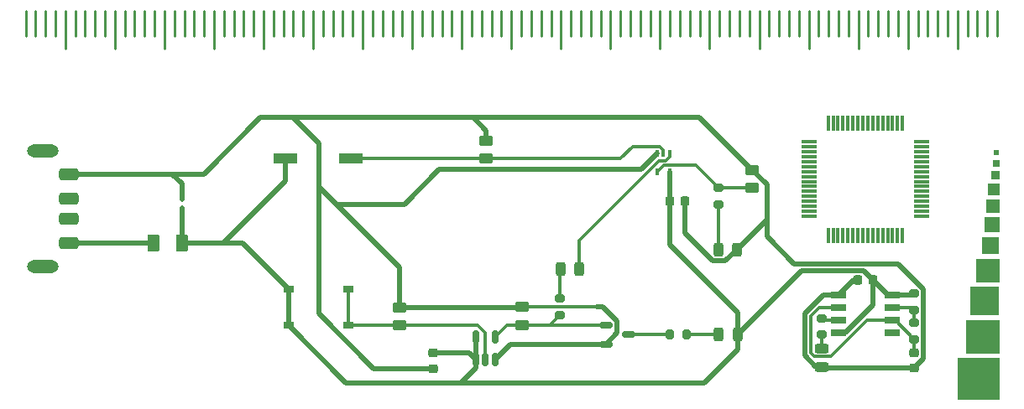
<source format=gtl>
G04 #@! TF.GenerationSoftware,KiCad,Pcbnew,9.0.3*
G04 #@! TF.CreationDate,2025-10-17T11:28:40-04:00*
G04 #@! TF.ProjectId,smt_training,736d745f-7472-4616-996e-696e672e6b69,1*
G04 #@! TF.SameCoordinates,Original*
G04 #@! TF.FileFunction,Copper,L1,Top*
G04 #@! TF.FilePolarity,Positive*
%FSLAX46Y46*%
G04 Gerber Fmt 4.6, Leading zero omitted, Abs format (unit mm)*
G04 Created by KiCad (PCBNEW 9.0.3) date 2025-10-17 11:28:40*
%MOMM*%
%LPD*%
G01*
G04 APERTURE LIST*
G04 Aperture macros list*
%AMRoundRect*
0 Rectangle with rounded corners*
0 $1 Rounding radius*
0 $2 $3 $4 $5 $6 $7 $8 $9 X,Y pos of 4 corners*
0 Add a 4 corners polygon primitive as box body*
4,1,4,$2,$3,$4,$5,$6,$7,$8,$9,$2,$3,0*
0 Add four circle primitives for the rounded corners*
1,1,$1+$1,$2,$3*
1,1,$1+$1,$4,$5*
1,1,$1+$1,$6,$7*
1,1,$1+$1,$8,$9*
0 Add four rect primitives between the rounded corners*
20,1,$1+$1,$2,$3,$4,$5,0*
20,1,$1+$1,$4,$5,$6,$7,0*
20,1,$1+$1,$6,$7,$8,$9,0*
20,1,$1+$1,$8,$9,$2,$3,0*%
G04 Aperture macros list end*
G04 #@! TA.AperFunction,EtchedComponent*
%ADD10C,0.250000*%
G04 #@! TD*
G04 #@! TA.AperFunction,ComponentPad*
%ADD11R,1.600000X1.600000*%
G04 #@! TD*
G04 #@! TA.AperFunction,ComponentPad*
%ADD12R,0.700000X0.700000*%
G04 #@! TD*
G04 #@! TA.AperFunction,ComponentPad*
%ADD13R,3.000000X3.000000*%
G04 #@! TD*
G04 #@! TA.AperFunction,ComponentPad*
%ADD14R,0.600000X0.600000*%
G04 #@! TD*
G04 #@! TA.AperFunction,ComponentPad*
%ADD15R,2.400000X2.400000*%
G04 #@! TD*
G04 #@! TA.AperFunction,ComponentPad*
%ADD16R,1.400000X1.400000*%
G04 #@! TD*
G04 #@! TA.AperFunction,ComponentPad*
%ADD17R,0.900000X0.900000*%
G04 #@! TD*
G04 #@! TA.AperFunction,ComponentPad*
%ADD18R,1.800000X1.800000*%
G04 #@! TD*
G04 #@! TA.AperFunction,ComponentPad*
%ADD19R,1.200000X1.200000*%
G04 #@! TD*
G04 #@! TA.AperFunction,ComponentPad*
%ADD20R,4.200000X4.200000*%
G04 #@! TD*
G04 #@! TA.AperFunction,ComponentPad*
%ADD21R,3.400000X3.400000*%
G04 #@! TD*
G04 #@! TA.AperFunction,SMDPad,CuDef*
%ADD22RoundRect,0.250000X0.450000X-0.262500X0.450000X0.262500X-0.450000X0.262500X-0.450000X-0.262500X0*%
G04 #@! TD*
G04 #@! TA.AperFunction,SMDPad,CuDef*
%ADD23RoundRect,0.200000X0.275000X-0.200000X0.275000X0.200000X-0.275000X0.200000X-0.275000X-0.200000X0*%
G04 #@! TD*
G04 #@! TA.AperFunction,SMDPad,CuDef*
%ADD24R,1.000000X0.700000*%
G04 #@! TD*
G04 #@! TA.AperFunction,SMDPad,CuDef*
%ADD25RoundRect,0.090000X0.110000X-0.090000X0.110000X0.090000X-0.110000X0.090000X-0.110000X-0.090000X0*%
G04 #@! TD*
G04 #@! TA.AperFunction,SMDPad,CuDef*
%ADD26RoundRect,0.243750X-0.243750X-0.456250X0.243750X-0.456250X0.243750X0.456250X-0.243750X0.456250X0*%
G04 #@! TD*
G04 #@! TA.AperFunction,SMDPad,CuDef*
%ADD27R,1.500000X0.650000*%
G04 #@! TD*
G04 #@! TA.AperFunction,SMDPad,CuDef*
%ADD28RoundRect,0.243750X0.456250X-0.243750X0.456250X0.243750X-0.456250X0.243750X-0.456250X-0.243750X0*%
G04 #@! TD*
G04 #@! TA.AperFunction,SMDPad,CuDef*
%ADD29RoundRect,0.200000X-0.275000X0.200000X-0.275000X-0.200000X0.275000X-0.200000X0.275000X0.200000X0*%
G04 #@! TD*
G04 #@! TA.AperFunction,SMDPad,CuDef*
%ADD30RoundRect,0.300000X0.700000X0.300000X-0.700000X0.300000X-0.700000X-0.300000X0.700000X-0.300000X0*%
G04 #@! TD*
G04 #@! TA.AperFunction,HeatsinkPad*
%ADD31O,3.200000X1.300000*%
G04 #@! TD*
G04 #@! TA.AperFunction,SMDPad,CuDef*
%ADD32RoundRect,0.243750X0.243750X0.456250X-0.243750X0.456250X-0.243750X-0.456250X0.243750X-0.456250X0*%
G04 #@! TD*
G04 #@! TA.AperFunction,SMDPad,CuDef*
%ADD33RoundRect,0.150000X-0.512500X-0.150000X0.512500X-0.150000X0.512500X0.150000X-0.512500X0.150000X0*%
G04 #@! TD*
G04 #@! TA.AperFunction,SMDPad,CuDef*
%ADD34RoundRect,0.075000X-0.700000X-0.075000X0.700000X-0.075000X0.700000X0.075000X-0.700000X0.075000X0*%
G04 #@! TD*
G04 #@! TA.AperFunction,SMDPad,CuDef*
%ADD35RoundRect,0.075000X-0.075000X-0.700000X0.075000X-0.700000X0.075000X0.700000X-0.075000X0.700000X0*%
G04 #@! TD*
G04 #@! TA.AperFunction,SMDPad,CuDef*
%ADD36RoundRect,0.225000X-0.225000X-0.250000X0.225000X-0.250000X0.225000X0.250000X-0.225000X0.250000X0*%
G04 #@! TD*
G04 #@! TA.AperFunction,SMDPad,CuDef*
%ADD37RoundRect,0.200000X0.200000X0.275000X-0.200000X0.275000X-0.200000X-0.275000X0.200000X-0.275000X0*%
G04 #@! TD*
G04 #@! TA.AperFunction,SMDPad,CuDef*
%ADD38RoundRect,0.100000X-0.100000X0.225000X-0.100000X-0.225000X0.100000X-0.225000X0.100000X0.225000X0*%
G04 #@! TD*
G04 #@! TA.AperFunction,SMDPad,CuDef*
%ADD39RoundRect,0.225000X-0.250000X0.225000X-0.250000X-0.225000X0.250000X-0.225000X0.250000X0.225000X0*%
G04 #@! TD*
G04 #@! TA.AperFunction,SMDPad,CuDef*
%ADD40RoundRect,0.150000X0.150000X-0.512500X0.150000X0.512500X-0.150000X0.512500X-0.150000X-0.512500X0*%
G04 #@! TD*
G04 #@! TA.AperFunction,SMDPad,CuDef*
%ADD41R,2.400000X1.000000*%
G04 #@! TD*
G04 #@! TA.AperFunction,SMDPad,CuDef*
%ADD42RoundRect,0.250000X0.375000X0.625000X-0.375000X0.625000X-0.375000X-0.625000X0.375000X-0.625000X0*%
G04 #@! TD*
G04 #@! TA.AperFunction,Conductor*
%ADD43C,0.500000*%
G04 #@! TD*
G04 #@! TA.AperFunction,Conductor*
%ADD44C,0.300000*%
G04 #@! TD*
G04 APERTURE END LIST*
D10*
X20390000Y-40232500D02*
X20390000Y-37692500D01*
X21390000Y-40232500D02*
X21390000Y-37692500D01*
X22390000Y-40232500D02*
X22390000Y-37692500D01*
X23390000Y-40232500D02*
X23390000Y-37692500D01*
X24390000Y-41502500D02*
X24390000Y-37692500D01*
X25390000Y-40232500D02*
X25390000Y-37692500D01*
X26390000Y-40232500D02*
X26390000Y-37692500D01*
X27390000Y-40232500D02*
X27390000Y-37692500D01*
X28390000Y-40232500D02*
X28390000Y-37692500D01*
X29390000Y-41542500D02*
X29390000Y-37732500D01*
X30390000Y-40272500D02*
X30390000Y-37732500D01*
X31390000Y-40272500D02*
X31390000Y-37732500D01*
X32390000Y-40272500D02*
X32390000Y-37732500D01*
X33390000Y-40272500D02*
X33390000Y-37732500D01*
X34390000Y-41542500D02*
X34390000Y-37732500D01*
X35390000Y-40272500D02*
X35390000Y-37732500D01*
X36390000Y-40272500D02*
X36390000Y-37732500D01*
X37390000Y-40272500D02*
X37390000Y-37732500D01*
X38390000Y-40272500D02*
X38390000Y-37732500D01*
X39390000Y-41542500D02*
X39390000Y-37732500D01*
X40390000Y-40272500D02*
X40390000Y-37732500D01*
X41390000Y-40272500D02*
X41390000Y-37732500D01*
X42390000Y-40272500D02*
X42390000Y-37732500D01*
X43390000Y-40272500D02*
X43390000Y-37732500D01*
X44390000Y-41542500D02*
X44390000Y-37732500D01*
X45390000Y-40272500D02*
X45390000Y-37732500D01*
X46390000Y-40272500D02*
X46390000Y-37732500D01*
X47390000Y-40272500D02*
X47390000Y-37732500D01*
X48390000Y-40272500D02*
X48390000Y-37732500D01*
X49390000Y-41542500D02*
X49390000Y-37732500D01*
X50390000Y-40272500D02*
X50390000Y-37732500D01*
X51390000Y-40272500D02*
X51390000Y-37732500D01*
X52390000Y-40272500D02*
X52390000Y-37732500D01*
X53390000Y-40272500D02*
X53390000Y-37732500D01*
X54390000Y-41542500D02*
X54390000Y-37732500D01*
X55390000Y-40272500D02*
X55390000Y-37732500D01*
X56390000Y-40272500D02*
X56390000Y-37732500D01*
X57390000Y-40272500D02*
X57390000Y-37732500D01*
X58390000Y-40272500D02*
X58390000Y-37732500D01*
X59390000Y-41542500D02*
X59390000Y-37732500D01*
X60390000Y-40272500D02*
X60390000Y-37732500D01*
X61390000Y-40272500D02*
X61390000Y-37732500D01*
X62390000Y-40272500D02*
X62390000Y-37732500D01*
X63390000Y-40272500D02*
X63390000Y-37732500D01*
X64390000Y-41542500D02*
X64390000Y-37732500D01*
X65390000Y-40272500D02*
X65390000Y-37732500D01*
X66390000Y-40272500D02*
X66390000Y-37732500D01*
X67390000Y-40272500D02*
X67390000Y-37732500D01*
X68390000Y-40272500D02*
X68390000Y-37732500D01*
X69390000Y-41542500D02*
X69390000Y-37732500D01*
X70390000Y-40272500D02*
X70390000Y-37732500D01*
X71390000Y-40272500D02*
X71390000Y-37732500D01*
X72390000Y-40272500D02*
X72390000Y-37732500D01*
X73390000Y-40272500D02*
X73390000Y-37732500D01*
X74390000Y-41542500D02*
X74390000Y-37732500D01*
X75390000Y-40272500D02*
X75390000Y-37732500D01*
X76390000Y-40272500D02*
X76390000Y-37732500D01*
X77390000Y-40272500D02*
X77390000Y-37732500D01*
X78390000Y-40272500D02*
X78390000Y-37732500D01*
X79390000Y-41542500D02*
X79390000Y-37732500D01*
X80390000Y-40272500D02*
X80390000Y-37732500D01*
X81390000Y-40272500D02*
X81390000Y-37732500D01*
X82390000Y-40272500D02*
X82390000Y-37732500D01*
X83390000Y-40272500D02*
X83390000Y-37732500D01*
X84390000Y-41542500D02*
X84390000Y-37732500D01*
X85390000Y-40272500D02*
X85390000Y-37732500D01*
X86390000Y-40272500D02*
X86390000Y-37732500D01*
X87390000Y-40272500D02*
X87390000Y-37732500D01*
X88390000Y-40272500D02*
X88390000Y-37732500D01*
X89390000Y-41542500D02*
X89390000Y-37732500D01*
X90390000Y-40272500D02*
X90390000Y-37732500D01*
X91390000Y-40272500D02*
X91390000Y-37732500D01*
X92390000Y-40272500D02*
X92390000Y-37732500D01*
X93390000Y-40272500D02*
X93390000Y-37732500D01*
X94390000Y-41542500D02*
X94390000Y-37732500D01*
X95390000Y-40272500D02*
X95390000Y-37732500D01*
X96390000Y-40272500D02*
X96390000Y-37732500D01*
X97390000Y-40272500D02*
X97390000Y-37732500D01*
X98390000Y-40272500D02*
X98390000Y-37732500D01*
X99390000Y-41542500D02*
X99390000Y-37732500D01*
X100390000Y-40272500D02*
X100390000Y-37732500D01*
X101390000Y-40272500D02*
X101390000Y-37732500D01*
X102390000Y-40272500D02*
X102390000Y-37732500D01*
X103390000Y-40272500D02*
X103390000Y-37732500D01*
X104390000Y-41542500D02*
X104390000Y-37732500D01*
X105390000Y-40272500D02*
X105390000Y-37732500D01*
X106390000Y-40272500D02*
X106390000Y-37732500D01*
X107390000Y-40272500D02*
X107390000Y-37732500D01*
X108390000Y-40272500D02*
X108390000Y-37732500D01*
X109390000Y-41542500D02*
X109390000Y-37732500D01*
X110390000Y-40272500D02*
X110390000Y-37732500D01*
X111390000Y-40272500D02*
X111390000Y-37732500D01*
X112390000Y-40272500D02*
X112390000Y-37732500D01*
X113390000Y-40272500D02*
X113390000Y-37732500D01*
X114390000Y-41542500D02*
X114390000Y-37732500D01*
X115390000Y-40272500D02*
X115390000Y-37732500D01*
X116390000Y-40272500D02*
X116390000Y-37732500D01*
X117390000Y-40272500D02*
X117390000Y-37732500D01*
X118390000Y-40272500D02*
X118390000Y-37732500D01*
D11*
X117840000Y-59343000D03*
D12*
X118290000Y-53093000D03*
D13*
X117140000Y-67043000D03*
D14*
X118340000Y-52043000D03*
D15*
X117440000Y-63943000D03*
D16*
X117940000Y-57443000D03*
D17*
X118190000Y-54293000D03*
D18*
X117740000Y-61443000D03*
D19*
X118040000Y-55743000D03*
D20*
X116540000Y-74843000D03*
D21*
X116940000Y-70643000D03*
D22*
X70470000Y-69452500D03*
X70470000Y-67627500D03*
X93660000Y-55592500D03*
X93660000Y-53767500D03*
D23*
X100660000Y-70394750D03*
X100660000Y-68744750D03*
D24*
X46910000Y-65802500D03*
X52910000Y-65802500D03*
X46910000Y-69502500D03*
X52910000Y-69502500D03*
D22*
X66830000Y-52652500D03*
X66830000Y-50827500D03*
D25*
X36140000Y-56770000D03*
X36140000Y-57610000D03*
D26*
X90318750Y-70420000D03*
X92193750Y-70420000D03*
D27*
X102390000Y-66425000D03*
X102390000Y-67695000D03*
X102390000Y-68965000D03*
X102390000Y-70235000D03*
X107790000Y-70235000D03*
X107790000Y-68965000D03*
X107790000Y-67695000D03*
X107790000Y-66425000D03*
D28*
X100660000Y-73672250D03*
X100660000Y-71797250D03*
D29*
X110020000Y-66260000D03*
X110020000Y-67910000D03*
D30*
X24740000Y-61192500D03*
X24740000Y-58692500D03*
X24740000Y-56692500D03*
X24740000Y-54192500D03*
D31*
X22140000Y-63542500D03*
X22140000Y-51842500D03*
D32*
X92127500Y-61822502D03*
X90252500Y-61822502D03*
D29*
X74260000Y-66782500D03*
X74260000Y-68432500D03*
D33*
X78952500Y-69470000D03*
X78952500Y-71370000D03*
X81227500Y-70420000D03*
D34*
X99415000Y-50942500D03*
X99415000Y-51442500D03*
X99415000Y-51942500D03*
X99415000Y-52442500D03*
X99415000Y-52942500D03*
X99415000Y-53442500D03*
X99415000Y-53942500D03*
X99415000Y-54442500D03*
X99415000Y-54942500D03*
X99415000Y-55442500D03*
X99415000Y-55942500D03*
X99415000Y-56442500D03*
X99415000Y-56942500D03*
X99415000Y-57442500D03*
X99415000Y-57942500D03*
X99415000Y-58442500D03*
D35*
X101340000Y-60367500D03*
X101840000Y-60367500D03*
X102340000Y-60367500D03*
X102840000Y-60367500D03*
X103340000Y-60367500D03*
X103840000Y-60367500D03*
X104340000Y-60367500D03*
X104840000Y-60367500D03*
X105340000Y-60367500D03*
X105840000Y-60367500D03*
X106340000Y-60367500D03*
X106840000Y-60367500D03*
X107340000Y-60367500D03*
X107840000Y-60367500D03*
X108340000Y-60367500D03*
X108840000Y-60367500D03*
D34*
X110765000Y-58442500D03*
X110765000Y-57942500D03*
X110765000Y-57442500D03*
X110765000Y-56942500D03*
X110765000Y-56442500D03*
X110765000Y-55942500D03*
X110765000Y-55442500D03*
X110765000Y-54942500D03*
X110765000Y-54442500D03*
X110765000Y-53942500D03*
X110765000Y-53442500D03*
X110765000Y-52942500D03*
X110765000Y-52442500D03*
X110765000Y-51942500D03*
X110765000Y-51442500D03*
X110765000Y-50942500D03*
D35*
X108840000Y-49017500D03*
X108340000Y-49017500D03*
X107840000Y-49017500D03*
X107340000Y-49017500D03*
X106840000Y-49017500D03*
X106340000Y-49017500D03*
X105840000Y-49017500D03*
X105340000Y-49017500D03*
X104840000Y-49017500D03*
X104340000Y-49017500D03*
X103840000Y-49017500D03*
X103340000Y-49017500D03*
X102840000Y-49017500D03*
X102340000Y-49017500D03*
X101840000Y-49017500D03*
X101340000Y-49017500D03*
D36*
X104315000Y-64875000D03*
X105865000Y-64875000D03*
X85335000Y-56950000D03*
X86885000Y-56950000D03*
D37*
X87061250Y-70420000D03*
X85411250Y-70420000D03*
D38*
X85360000Y-52102500D03*
X84710000Y-52102500D03*
X84060000Y-52102500D03*
X84060000Y-54002500D03*
X85360000Y-54002500D03*
D39*
X110020000Y-72230000D03*
X110020000Y-73780000D03*
D29*
X110020000Y-69220000D03*
X110020000Y-70870000D03*
D40*
X65830000Y-72960000D03*
X66780000Y-72960000D03*
X67730000Y-72960000D03*
X67730000Y-70685000D03*
X65830000Y-70685000D03*
D39*
X61490000Y-72275000D03*
X61490000Y-73825000D03*
D23*
X90250000Y-57245000D03*
X90250000Y-55595000D03*
D22*
X58140000Y-69492500D03*
X58140000Y-67667500D03*
D41*
X46610000Y-52652500D03*
X53210000Y-52652500D03*
D32*
X76197500Y-63822500D03*
X74322500Y-63822500D03*
D42*
X36140000Y-61190000D03*
X33340000Y-61190000D03*
D43*
X88374000Y-48481500D02*
X65530000Y-48481500D01*
X93660000Y-53767500D02*
X88374000Y-48481500D01*
X95170000Y-55277500D02*
X95170000Y-57610000D01*
X100660000Y-73672250D02*
X100137200Y-73672250D01*
X86885000Y-60144280D02*
X89714222Y-62973502D01*
X62117500Y-53702500D02*
X82460000Y-53702500D01*
X78952500Y-71370000D02*
X80066000Y-70256500D01*
X95170000Y-58780002D02*
X95170000Y-57610000D01*
X58140000Y-63650000D02*
X58140000Y-67667500D01*
X104315000Y-64875000D02*
X103940000Y-64875000D01*
X58180000Y-67627500D02*
X58140000Y-67667500D01*
X80066000Y-70256500D02*
X80066000Y-69066900D01*
X50370364Y-48481500D02*
X65530000Y-48481500D01*
X49940000Y-51050000D02*
X49940000Y-55450000D01*
X110020000Y-73780000D02*
X100767750Y-73780000D01*
X108409196Y-63248000D02*
X110946000Y-65784804D01*
X99008000Y-68287034D02*
X100870034Y-66425000D01*
X36140000Y-55152500D02*
X35180000Y-54192500D01*
X93660000Y-53767500D02*
X95170000Y-55277500D01*
X78626600Y-67627500D02*
X78002500Y-67627500D01*
X55480500Y-73825000D02*
X61490000Y-73825000D01*
X47460000Y-48481500D02*
X47460000Y-48570000D01*
X38362500Y-54192500D02*
X44073500Y-48481500D01*
X69320000Y-71370000D02*
X78952500Y-71370000D01*
X47460000Y-48570000D02*
X49940000Y-51050000D01*
X80066000Y-69066900D02*
X78626600Y-67627500D01*
X51735000Y-57245000D02*
X52700000Y-58210000D01*
X66830000Y-50827500D02*
X66830000Y-49781500D01*
X92127500Y-61822502D02*
X95170000Y-58780002D01*
X36140000Y-56770000D02*
X36140000Y-55152500D01*
X97908000Y-63248000D02*
X108409196Y-63248000D01*
X47460000Y-48481500D02*
X50370364Y-48481500D01*
X38362500Y-54192500D02*
X35180000Y-54192500D01*
X110946000Y-72854000D02*
X110020000Y-73780000D01*
X95170000Y-57610000D02*
X95170000Y-60510000D01*
X100137200Y-73672250D02*
X99008000Y-72543050D01*
X52700000Y-58210000D02*
X58140000Y-63650000D01*
X44073500Y-48481500D02*
X47460000Y-48481500D01*
X100870034Y-66425000D02*
X102390000Y-66425000D01*
X99008000Y-72543050D02*
X99008000Y-68287034D01*
D44*
X70470000Y-67627500D02*
X78002500Y-67627500D01*
D43*
X110946000Y-65784804D02*
X110946000Y-72854000D01*
X95170000Y-60510000D02*
X97908000Y-63248000D01*
X49940000Y-68284500D02*
X55480500Y-73825000D01*
X58575000Y-57245000D02*
X51735000Y-57245000D01*
X67730000Y-72960000D02*
X69320000Y-71370000D01*
X49940000Y-55450000D02*
X49940000Y-68284500D01*
X62117500Y-53702500D02*
X58575000Y-57245000D01*
X100767750Y-73780000D02*
X100660000Y-73672250D01*
X89714222Y-62973502D02*
X90976500Y-62973502D01*
X86885000Y-56950000D02*
X86885000Y-60144280D01*
X103940000Y-64875000D02*
X102390000Y-66425000D01*
X35180000Y-54192500D02*
X24740000Y-54192500D01*
X49940000Y-55450000D02*
X51735000Y-57245000D01*
X90976500Y-62973502D02*
X92127500Y-61822502D01*
X66830000Y-49781500D02*
X65530000Y-48481500D01*
X82460000Y-53702500D02*
X84060000Y-52102500D01*
X59940000Y-75310000D02*
X64260000Y-75310000D01*
X65830000Y-70685000D02*
X65830000Y-72960000D01*
X105865000Y-67467000D02*
X103097000Y-70235000D01*
X61490000Y-72275000D02*
X65145000Y-72275000D01*
X65830000Y-73740000D02*
X64260000Y-75310000D01*
X52717500Y-75310000D02*
X59940000Y-75310000D01*
X92193750Y-70420000D02*
X92193750Y-68223750D01*
X85360000Y-56925000D02*
X85335000Y-56950000D01*
X104939000Y-63949000D02*
X105865000Y-64875000D01*
X109855000Y-66425000D02*
X110020000Y-66260000D01*
X64260000Y-75310000D02*
X71090000Y-75310000D01*
X85360000Y-54002500D02*
X85360000Y-56925000D01*
X40350000Y-61190000D02*
X42297500Y-61190000D01*
X92193750Y-70420000D02*
X98664750Y-63949000D01*
X107790000Y-66425000D02*
X109855000Y-66425000D01*
X92193750Y-68223750D02*
X85335000Y-61365000D01*
X107790000Y-66425000D02*
X107415000Y-66425000D01*
X36140000Y-61190000D02*
X40350000Y-61190000D01*
X105865000Y-64875000D02*
X105865000Y-67467000D01*
X40350000Y-61190000D02*
X46610000Y-54930000D01*
X71090000Y-75310000D02*
X73180000Y-75310000D01*
X42297500Y-61190000D02*
X46910000Y-65802500D01*
X103097000Y-70235000D02*
X102390000Y-70235000D01*
X73180000Y-75310000D02*
X88820000Y-75310000D01*
X88820000Y-75310000D02*
X92193750Y-71936250D01*
X85335000Y-61365000D02*
X85335000Y-56950000D01*
X107415000Y-66425000D02*
X105865000Y-64875000D01*
X46910000Y-69502500D02*
X52717500Y-75310000D01*
X36140000Y-61190000D02*
X36140000Y-57610000D01*
X98664750Y-63949000D02*
X104939000Y-63949000D01*
X46610000Y-54930000D02*
X46610000Y-52652500D01*
X65145000Y-72275000D02*
X65830000Y-72960000D01*
X46910000Y-65802500D02*
X46910000Y-69502500D01*
X92193750Y-71936250D02*
X92193750Y-70420000D01*
X65830000Y-72960000D02*
X65830000Y-73740000D01*
D44*
X74260000Y-66782500D02*
X74260000Y-63885000D01*
X74260000Y-63885000D02*
X74322500Y-63822500D01*
X90250000Y-61820002D02*
X90252500Y-61822502D01*
X90250000Y-57245000D02*
X90250000Y-61820002D01*
X87061250Y-70420000D02*
X90318750Y-70420000D01*
D43*
X24740000Y-61192500D02*
X33337500Y-61192500D01*
X33337500Y-61192500D02*
X33340000Y-61190000D01*
D44*
X85360000Y-52102500D02*
X85360000Y-52427499D01*
X76197500Y-60899418D02*
X76197500Y-63822500D01*
X84961999Y-52825500D02*
X84271418Y-52825500D01*
X85360000Y-52427499D02*
X84961999Y-52825500D01*
X84271418Y-52825500D02*
X76197500Y-60899418D01*
X52910000Y-69502500D02*
X58130000Y-69502500D01*
X52910000Y-65802500D02*
X52910000Y-69502500D01*
X58130000Y-69502500D02*
X58140000Y-69492500D01*
X66012678Y-69492500D02*
X66780000Y-70259822D01*
X66780000Y-70259822D02*
X66780000Y-72960000D01*
X58140000Y-69492500D02*
X66012678Y-69492500D01*
X84710000Y-51786918D02*
X84349582Y-51426500D01*
X84710000Y-52102500D02*
X84710000Y-51786918D01*
X53210000Y-52652500D02*
X66830000Y-52652500D01*
X80387500Y-52652500D02*
X66830000Y-52652500D01*
X81613500Y-51426500D02*
X80387500Y-52652500D01*
X84349582Y-51426500D02*
X81613500Y-51426500D01*
X84060000Y-54002500D02*
X84736000Y-53326500D01*
X90347500Y-55592500D02*
X93660000Y-55592500D01*
X90250000Y-55595000D02*
X90345000Y-55595000D01*
X90345000Y-55595000D02*
X90347500Y-55592500D01*
X84736000Y-53326500D02*
X87981500Y-53326500D01*
X87981500Y-53326500D02*
X90250000Y-55595000D01*
X85411250Y-70420000D02*
X81227500Y-70420000D01*
X73240000Y-69452500D02*
X74260000Y-68432500D01*
X70470000Y-69452500D02*
X73240000Y-69452500D01*
X73240000Y-69452500D02*
X78935000Y-69452500D01*
X68962500Y-69452500D02*
X67730000Y-70685000D01*
X70470000Y-69452500D02*
X68962500Y-69452500D01*
X78935000Y-69452500D02*
X78952500Y-69470000D01*
X100660000Y-71797250D02*
X100660000Y-70394750D01*
X107790000Y-67695000D02*
X109805000Y-67695000D01*
X109805000Y-67695000D02*
X110020000Y-67910000D01*
X110020000Y-67910000D02*
X110020000Y-69220000D01*
X110020000Y-70870000D02*
X108115000Y-68965000D01*
X101594250Y-72635750D02*
X105265000Y-68965000D01*
X99950642Y-72635750D02*
X101594250Y-72635750D01*
X102390000Y-67695000D02*
X100449976Y-67695000D01*
X108115000Y-68965000D02*
X107790000Y-68965000D01*
X99609000Y-68535976D02*
X99609000Y-72294108D01*
X105265000Y-68965000D02*
X107790000Y-68965000D01*
X110020000Y-70870000D02*
X110020000Y-72230000D01*
X100449976Y-67695000D02*
X99609000Y-68535976D01*
X99609000Y-72294108D02*
X99950642Y-72635750D01*
X102390000Y-68965000D02*
X100880250Y-68965000D01*
X100880250Y-68965000D02*
X100660000Y-68744750D01*
D43*
X58140000Y-67667500D02*
X70430000Y-67667500D01*
X70430000Y-67667500D02*
X70470000Y-67627500D01*
M02*

</source>
